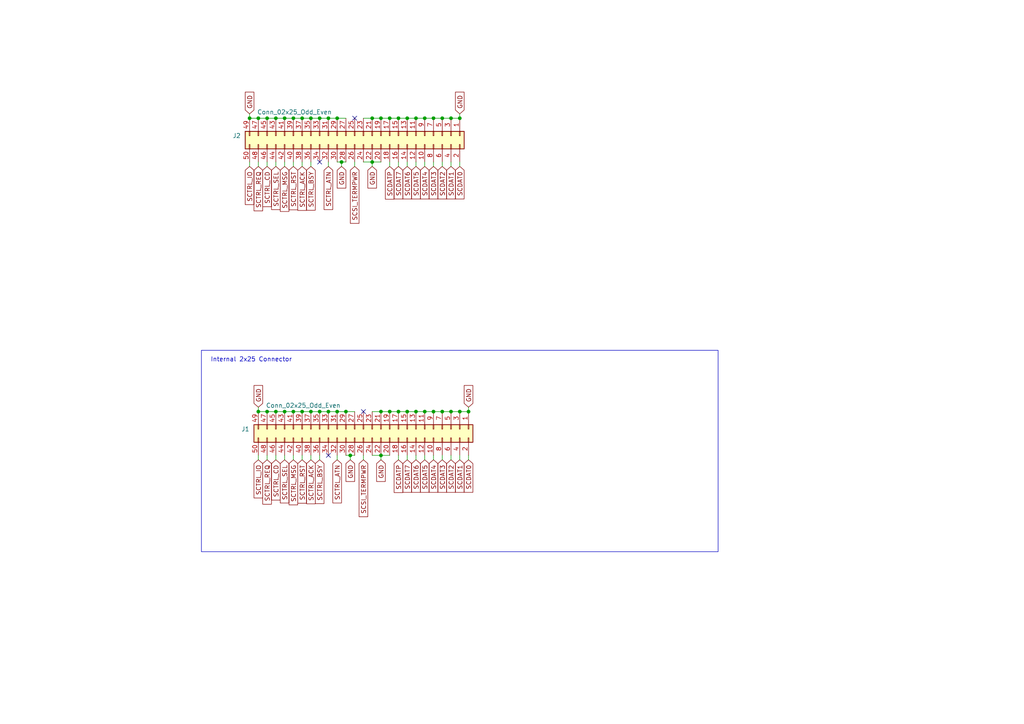
<source format=kicad_sch>
(kicad_sch (version 20250114) (generator "eeschema") (generator_version "9.0")
  (paper "A4")
  (title_block (title "A4092 backpanel PCB") (rev "PROTO0") (company "amiga.technology"))
  (lib_symbols
    (symbol "Connector_Generic:Conn_02x25_Odd_Even" (pin_names (offset 1.016) (hide yes))
      (property "Reference" "J" (at 1.27 33.02 0))
      (property "Value" "Conn_02x25_Odd_Even" (at 1.27 -33.02 0))
      (symbol "Conn_02x25_Odd_Even_1_1"
        (rectangle (start -1.27 31.75) (end 3.81 -31.75) (stroke (width 0.254)) (fill (type background)))
        (rectangle (start -1.27 30.607) (end 0 30.353) (stroke (width 0.1524)))
        (rectangle (start -1.27 28.067) (end 0 27.813) (stroke (width 0.1524)))
        (rectangle (start -1.27 25.527) (end 0 25.273) (stroke (width 0.1524)))
        (rectangle (start -1.27 22.987) (end 0 22.733) (stroke (width 0.1524)))
        (rectangle (start -1.27 20.447) (end 0 20.193) (stroke (width 0.1524)))
        (rectangle (start -1.27 17.907) (end 0 17.653) (stroke (width 0.1524)))
        (rectangle (start -1.27 15.367) (end 0 15.113) (stroke (width 0.1524)))
        (rectangle (start -1.27 12.827) (end 0 12.573) (stroke (width 0.1524)))
        (rectangle (start -1.27 10.287) (end 0 10.033) (stroke (width 0.1524)))
        (rectangle (start -1.27 7.747) (end 0 7.493) (stroke (width 0.1524)))
        (rectangle (start -1.27 5.207) (end 0 4.953) (stroke (width 0.1524)))
        (rectangle (start -1.27 2.667) (end 0 2.413) (stroke (width 0.1524)))
        (rectangle (start -1.27 0.127) (end 0 -0.127) (stroke (width 0.1524)))
        (rectangle (start -1.27 -2.413) (end 0 -2.667) (stroke (width 0.1524)))
        (rectangle (start -1.27 -4.953) (end 0 -5.207) (stroke (width 0.1524)))
        (rectangle (start -1.27 -7.493) (end 0 -7.747) (stroke (width 0.1524)))
        (rectangle (start -1.27 -10.033) (end 0 -10.287) (stroke (width 0.1524)))
        (rectangle (start -1.27 -12.573) (end 0 -12.827) (stroke (width 0.1524)))
        (rectangle (start -1.27 -15.113) (end 0 -15.367) (stroke (width 0.1524)))
        (rectangle (start -1.27 -17.653) (end 0 -17.907) (stroke (width 0.1524)))
        (rectangle (start -1.27 -20.193) (end 0 -20.447) (stroke (width 0.1524)))
        (rectangle (start -1.27 -22.733) (end 0 -22.987) (stroke (width 0.1524)))
        (rectangle (start -1.27 -25.273) (end 0 -25.527) (stroke (width 0.1524)))
        (rectangle (start -1.27 -27.813) (end 0 -28.067) (stroke (width 0.1524)))
        (rectangle (start -1.27 -30.353) (end 0 -30.607) (stroke (width 0.1524)))
        (rectangle (start 3.81 30.607) (end 2.54 30.353) (stroke (width 0.1524)))
        (rectangle (start 3.81 28.067) (end 2.54 27.813) (stroke (width 0.1524)))
        (rectangle (start 3.81 25.527) (end 2.54 25.273) (stroke (width 0.1524)))
        (rectangle (start 3.81 22.987) (end 2.54 22.733) (stroke (width 0.1524)))
        (rectangle (start 3.81 20.447) (end 2.54 20.193) (stroke (width 0.1524)))
        (rectangle (start 3.81 17.907) (end 2.54 17.653) (stroke (width 0.1524)))
        (rectangle (start 3.81 15.367) (end 2.54 15.113) (stroke (width 0.1524)))
        (rectangle (start 3.81 12.827) (end 2.54 12.573) (stroke (width 0.1524)))
        (rectangle (start 3.81 10.287) (end 2.54 10.033) (stroke (width 0.1524)))
        (rectangle (start 3.81 7.747) (end 2.54 7.493) (stroke (width 0.1524)))
        (rectangle (start 3.81 5.207) (end 2.54 4.953) (stroke (width 0.1524)))
        (rectangle (start 3.81 2.667) (end 2.54 2.413) (stroke (width 0.1524)))
        (rectangle (start 3.81 0.127) (end 2.54 -0.127) (stroke (width 0.1524)))
        (rectangle (start 3.81 -2.413) (end 2.54 -2.667) (stroke (width 0.1524)))
        (rectangle (start 3.81 -4.953) (end 2.54 -5.207) (stroke (width 0.1524)))
        (rectangle (start 3.81 -7.493) (end 2.54 -7.747) (stroke (width 0.1524)))
        (rectangle (start 3.81 -10.033) (end 2.54 -10.287) (stroke (width 0.1524)))
        (rectangle (start 3.81 -12.573) (end 2.54 -12.827) (stroke (width 0.1524)))
        (rectangle (start 3.81 -15.113) (end 2.54 -15.367) (stroke (width 0.1524)))
        (rectangle (start 3.81 -17.653) (end 2.54 -17.907) (stroke (width 0.1524)))
        (rectangle (start 3.81 -20.193) (end 2.54 -20.447) (stroke (width 0.1524)))
        (rectangle (start 3.81 -22.733) (end 2.54 -22.987) (stroke (width 0.1524)))
        (rectangle (start 3.81 -25.273) (end 2.54 -25.527) (stroke (width 0.1524)))
        (rectangle (start 3.81 -27.813) (end 2.54 -28.067) (stroke (width 0.1524)))
        (rectangle (start 3.81 -30.353) (end 2.54 -30.607) (stroke (width 0.1524)))
        (pin passive line (at -5.08 30.48 0) (length 3.81) (name "Pin_1") (number "1"))
        (pin passive line (at -5.08 27.94 0) (length 3.81) (name "Pin_3") (number "3"))
        (pin passive line (at -5.08 25.4 0) (length 3.81) (name "Pin_5") (number "5"))
        (pin passive line (at -5.08 22.86 0) (length 3.81) (name "Pin_7") (number "7"))
        (pin passive line (at -5.08 20.32 0) (length 3.81) (name "Pin_9") (number "9"))
        (pin passive line (at -5.08 17.78 0) (length 3.81) (name "Pin_11") (number "11"))
        (pin passive line (at -5.08 15.24 0) (length 3.81) (name "Pin_13") (number "13"))
        (pin passive line (at -5.08 12.7 0) (length 3.81) (name "Pin_15") (number "15"))
        (pin passive line (at -5.08 10.16 0) (length 3.81) (name "Pin_17") (number "17"))
        (pin passive line (at -5.08 7.62 0) (length 3.81) (name "Pin_19") (number "19"))
        (pin passive line (at -5.08 5.08 0) (length 3.81) (name "Pin_21") (number "21"))
        (pin passive line (at -5.08 2.54 0) (length 3.81) (name "Pin_23") (number "23"))
        (pin passive line (at -5.08 0 0) (length 3.81) (name "Pin_25") (number "25"))
        (pin passive line (at -5.08 -2.54 0) (length 3.81) (name "Pin_27") (number "27"))
        (pin passive line (at -5.08 -5.08 0) (length 3.81) (name "Pin_29") (number "29"))
        (pin passive line (at -5.08 -7.62 0) (length 3.81) (name "Pin_31") (number "31"))
        (pin passive line (at -5.08 -10.16 0) (length 3.81) (name "Pin_33") (number "33"))
        (pin passive line (at -5.08 -12.7 0) (length 3.81) (name "Pin_35") (number "35"))
        (pin passive line (at -5.08 -15.24 0) (length 3.81) (name "Pin_37") (number "37"))
        (pin passive line (at -5.08 -17.78 0) (length 3.81) (name "Pin_39") (number "39"))
        (pin passive line (at -5.08 -20.32 0) (length 3.81) (name "Pin_41") (number "41"))
        (pin passive line (at -5.08 -22.86 0) (length 3.81) (name "Pin_43") (number "43"))
        (pin passive line (at -5.08 -25.4 0) (length 3.81) (name "Pin_45") (number "45"))
        (pin passive line (at -5.08 -27.94 0) (length 3.81) (name "Pin_47") (number "47"))
        (pin passive line (at -5.08 -30.48 0) (length 3.81) (name "Pin_49") (number "49"))
        (pin passive line (at 7.62 30.48 180) (length 3.81) (name "Pin_2") (number "2"))
        (pin passive line (at 7.62 27.94 180) (length 3.81) (name "Pin_4") (number "4"))
        (pin passive line (at 7.62 25.4 180) (length 3.81) (name "Pin_6") (number "6"))
        (pin passive line (at 7.62 22.86 180) (length 3.81) (name "Pin_8") (number "8"))
        (pin passive line (at 7.62 20.32 180) (length 3.81) (name "Pin_10") (number "10"))
        (pin passive line (at 7.62 17.78 180) (length 3.81) (name "Pin_12") (number "12"))
        (pin passive line (at 7.62 15.24 180) (length 3.81) (name "Pin_14") (number "14"))
        (pin passive line (at 7.62 12.7 180) (length 3.81) (name "Pin_16") (number "16"))
        (pin passive line (at 7.62 10.16 180) (length 3.81) (name "Pin_18") (number "18"))
        (pin passive line (at 7.62 7.62 180) (length 3.81) (name "Pin_20") (number "20"))
        (pin passive line (at 7.62 5.08 180) (length 3.81) (name "Pin_22") (number "22"))
        (pin passive line (at 7.62 2.54 180) (length 3.81) (name "Pin_24") (number "24"))
        (pin passive line (at 7.62 0 180) (length 3.81) (name "Pin_26") (number "26"))
        (pin passive line (at 7.62 -2.54 180) (length 3.81) (name "Pin_28") (number "28"))
        (pin passive line (at 7.62 -5.08 180) (length 3.81) (name "Pin_30") (number "30"))
        (pin passive line (at 7.62 -7.62 180) (length 3.81) (name "Pin_32") (number "32"))
        (pin passive line (at 7.62 -10.16 180) (length 3.81) (name "Pin_34") (number "34"))
        (pin passive line (at 7.62 -12.7 180) (length 3.81) (name "Pin_36") (number "36"))
        (pin passive line (at 7.62 -15.24 180) (length 3.81) (name "Pin_38") (number "38"))
        (pin passive line (at 7.62 -17.78 180) (length 3.81) (name "Pin_40") (number "40"))
        (pin passive line (at 7.62 -20.32 180) (length 3.81) (name "Pin_42") (number "42"))
        (pin passive line (at 7.62 -22.86 180) (length 3.81) (name "Pin_44") (number "44"))
        (pin passive line (at 7.62 -25.4 180) (length 3.81) (name "Pin_46") (number "46"))
        (pin passive line (at 7.62 -27.94 180) (length 3.81) (name "Pin_48") (number "48"))
        (pin passive line (at 7.62 -30.48 180) (length 3.81) (name "Pin_50") (number "50"))
      )
    )
  )
  (rectangle (start 58.42 101.6) (end 208.28 160.02))
  (text "Internal 2x25 Connector" (at 72.898 104.394 0) (effects (font (size 1.27 1.27))))
  (junction (at 133.35 119.38))
  (junction (at 72.39 34.29))
  (junction (at 92.71 119.38))
  (junction (at 120.65 119.38))
  (junction (at 118.11 119.38))
  (junction (at 85.09 119.38))
  (junction (at 90.17 119.38))
  (junction (at 130.81 119.38))
  (junction (at 100.33 119.38))
  (junction (at 113.03 34.29))
  (junction (at 113.03 119.38))
  (junction (at 123.19 119.38))
  (junction (at 115.57 34.29))
  (junction (at 99.06 46.99))
  (junction (at 110.49 132.08))
  (junction (at 128.27 34.29))
  (junction (at 107.95 34.29))
  (junction (at 82.55 34.29))
  (junction (at 110.49 119.38))
  (junction (at 80.01 119.38))
  (junction (at 125.73 34.29))
  (junction (at 97.79 34.29))
  (junction (at 107.95 46.99))
  (junction (at 85.09 34.29))
  (junction (at 130.81 34.29))
  (junction (at 80.01 34.29))
  (junction (at 87.63 119.38))
  (junction (at 97.79 119.38))
  (junction (at 118.11 34.29))
  (junction (at 123.19 34.29))
  (junction (at 128.27 119.38))
  (junction (at 92.71 34.29))
  (junction (at 90.17 34.29))
  (junction (at 74.93 34.29))
  (junction (at 87.63 34.29))
  (junction (at 115.57 119.38))
  (junction (at 135.89 119.38))
  (junction (at 95.25 34.29))
  (junction (at 101.6 132.08))
  (junction (at 82.55 119.38))
  (junction (at 74.93 119.38))
  (junction (at 95.25 119.38))
  (junction (at 110.49 34.29))
  (junction (at 133.35 34.29))
  (junction (at 120.65 34.29))
  (junction (at 77.47 119.38))
  (junction (at 125.73 119.38))
  (junction (at 77.47 34.29))
  (no_connect (at 105.41 119.38))
  (no_connect (at 92.71 46.99))
  (no_connect (at 102.87 34.29))
  (no_connect (at 95.25 132.08))
  (wire (pts (xy 105.41 133.35) (xy 105.41 132.08)))
  (wire (pts (xy 115.57 46.99) (xy 115.57 48.26)))
  (wire (pts (xy 82.55 119.38) (xy 85.09 119.38)))
  (wire (pts (xy 120.65 119.38) (xy 123.19 119.38)))
  (wire (pts (xy 102.87 48.26) (xy 102.87 46.99)))
  (wire (pts (xy 92.71 34.29) (xy 95.25 34.29)))
  (wire (pts (xy 113.03 46.99) (xy 113.03 48.26)))
  (wire (pts (xy 72.39 33.02) (xy 72.39 34.29)))
  (wire (pts (xy 123.19 133.35) (xy 123.19 132.08)))
  (wire (pts (xy 110.49 34.29) (xy 113.03 34.29)))
  (wire (pts (xy 80.01 46.99) (xy 80.01 48.26)))
  (wire (pts (xy 115.57 132.08) (xy 115.57 133.35)))
  (wire (pts (xy 85.09 34.29) (xy 87.63 34.29)))
  (wire (pts (xy 128.27 46.99) (xy 128.27 48.26)))
  (wire (pts (xy 80.01 132.08) (xy 80.01 133.35)))
  (wire (pts (xy 87.63 46.99) (xy 87.63 48.26)))
  (wire (pts (xy 99.06 46.99) (xy 99.06 48.26)))
  (wire (pts (xy 87.63 132.08) (xy 87.63 133.35)))
  (wire (pts (xy 118.11 34.29) (xy 120.65 34.29)))
  (wire (pts (xy 123.19 119.38) (xy 125.73 119.38)))
  (wire (pts (xy 87.63 34.29) (xy 90.17 34.29)))
  (wire (pts (xy 72.39 34.29) (xy 74.93 34.29)))
  (wire (pts (xy 77.47 46.99) (xy 77.47 48.26)))
  (wire (pts (xy 74.93 118.11) (xy 74.93 119.38)))
  (wire (pts (xy 110.49 132.08) (xy 113.03 132.08)))
  (wire (pts (xy 110.49 132.08) (xy 110.49 133.35)))
  (wire (pts (xy 113.03 34.29) (xy 115.57 34.29)))
  (wire (pts (xy 85.09 132.08) (xy 85.09 133.35)))
  (wire (pts (xy 77.47 132.08) (xy 77.47 133.35)))
  (wire (pts (xy 130.81 119.38) (xy 133.35 119.38)))
  (wire (pts (xy 128.27 119.38) (xy 130.81 119.38)))
  (wire (pts (xy 100.33 132.08) (xy 101.6 132.08)))
  (wire (pts (xy 99.06 46.99) (xy 100.33 46.99)))
  (wire (pts (xy 82.55 132.08) (xy 82.55 133.35)))
  (wire (pts (xy 82.55 34.29) (xy 85.09 34.29)))
  (wire (pts (xy 128.27 34.29) (xy 130.81 34.29)))
  (wire (pts (xy 72.39 46.99) (xy 72.39 48.26)))
  (wire (pts (xy 92.71 132.08) (xy 92.71 133.35)))
  (wire (pts (xy 110.49 119.38) (xy 113.03 119.38)))
  (wire (pts (xy 97.79 119.38) (xy 100.33 119.38)))
  (wire (pts (xy 135.89 132.08) (xy 135.89 133.35)))
  (wire (pts (xy 100.33 119.38) (xy 102.87 119.38)))
  (wire (pts (xy 80.01 34.29) (xy 82.55 34.29)))
  (wire (pts (xy 97.79 132.08) (xy 97.79 133.35)))
  (wire (pts (xy 95.25 119.38) (xy 97.79 119.38)))
  (wire (pts (xy 80.01 119.38) (xy 82.55 119.38)))
  (wire (pts (xy 74.93 132.08) (xy 74.93 133.35)))
  (wire (pts (xy 74.93 34.29) (xy 77.47 34.29)))
  (wire (pts (xy 95.25 34.29) (xy 97.79 34.29)))
  (wire (pts (xy 125.73 119.38) (xy 128.27 119.38)))
  (wire (pts (xy 107.95 119.38) (xy 110.49 119.38)))
  (wire (pts (xy 133.35 46.99) (xy 133.35 48.26)))
  (wire (pts (xy 133.35 119.38) (xy 135.89 119.38)))
  (wire (pts (xy 130.81 34.29) (xy 133.35 34.29)))
  (wire (pts (xy 128.27 132.08) (xy 128.27 133.35)))
  (wire (pts (xy 74.93 46.99) (xy 74.93 48.26)))
  (wire (pts (xy 123.19 46.99) (xy 123.19 48.26)))
  (wire (pts (xy 95.25 46.99) (xy 95.25 48.26)))
  (wire (pts (xy 125.73 46.99) (xy 125.73 48.26)))
  (wire (pts (xy 90.17 46.99) (xy 90.17 48.26)))
  (wire (pts (xy 77.47 34.29) (xy 80.01 34.29)))
  (wire (pts (xy 97.79 34.29) (xy 100.33 34.29)))
  (wire (pts (xy 133.35 132.08) (xy 133.35 133.35)))
  (wire (pts (xy 120.65 34.29) (xy 123.19 34.29)))
  (wire (pts (xy 90.17 119.38) (xy 92.71 119.38)))
  (wire (pts (xy 115.57 34.29) (xy 118.11 34.29)))
  (wire (pts (xy 118.11 132.08) (xy 118.11 133.35)))
  (wire (pts (xy 92.71 119.38) (xy 95.25 119.38)))
  (wire (pts (xy 82.55 46.99) (xy 82.55 48.26)))
  (wire (pts (xy 87.63 119.38) (xy 90.17 119.38)))
  (wire (pts (xy 101.6 132.08) (xy 102.87 132.08)))
  (wire (pts (xy 107.95 46.99) (xy 110.49 46.99)))
  (wire (pts (xy 107.95 34.29) (xy 110.49 34.29)))
  (wire (pts (xy 101.6 132.08) (xy 101.6 133.35)))
  (wire (pts (xy 125.73 34.29) (xy 128.27 34.29)))
  (wire (pts (xy 120.65 48.26) (xy 120.65 46.99)))
  (wire (pts (xy 85.09 119.38) (xy 87.63 119.38)))
  (wire (pts (xy 105.41 34.29) (xy 107.95 34.29)))
  (wire (pts (xy 123.19 34.29) (xy 125.73 34.29)))
  (wire (pts (xy 90.17 34.29) (xy 92.71 34.29)))
  (wire (pts (xy 118.11 46.99) (xy 118.11 48.26)))
  (wire (pts (xy 90.17 132.08) (xy 90.17 133.35)))
  (wire (pts (xy 105.41 46.99) (xy 107.95 46.99)))
  (wire (pts (xy 107.95 46.99) (xy 107.95 48.26)))
  (wire (pts (xy 118.11 119.38) (xy 120.65 119.38)))
  (wire (pts (xy 130.81 132.08) (xy 130.81 133.35)))
  (wire (pts (xy 85.09 46.99) (xy 85.09 48.26)))
  (wire (pts (xy 113.03 119.38) (xy 115.57 119.38)))
  (wire (pts (xy 74.93 119.38) (xy 77.47 119.38)))
  (wire (pts (xy 130.81 46.99) (xy 130.81 48.26)))
  (wire (pts (xy 120.65 132.08) (xy 120.65 133.35)))
  (wire (pts (xy 77.47 119.38) (xy 80.01 119.38)))
  (wire (pts (xy 133.35 33.02) (xy 133.35 34.29)))
  (wire (pts (xy 107.95 132.08) (xy 110.49 132.08)))
  (wire (pts (xy 135.89 118.11) (xy 135.89 119.38)))
  (wire (pts (xy 115.57 119.38) (xy 118.11 119.38)))
  (wire (pts (xy 125.73 132.08) (xy 125.73 133.35)))
  (wire (pts (xy 97.79 46.99) (xy 99.06 46.99)))
  (global_label "SCTRL_CD" (shape input) (at 80.01 133.35 270) (property "Intersheetrefs" "${INTERSHEET_REFS}" (effects (hide yes))))
  (global_label "SCTRL_ACK" (shape input) (at 87.63 48.26 270) (property "Intersheetrefs" "${INTERSHEET_REFS}" (effects (hide yes))))
  (global_label "GND" (shape input) (at 135.89 118.11 90) (property "Intersheetrefs" "${INTERSHEET_REFS}" (effects (hide yes))))
  (global_label "SCTRL_MSG" (shape input) (at 85.09 133.35 270) (property "Intersheetrefs" "${INTERSHEET_REFS}" (effects (hide yes))))
  (global_label "GND" (shape input) (at 99.06 48.26 270) (property "Intersheetrefs" "${INTERSHEET_REFS}" (effects (hide yes))))
  (global_label "SCDAT6" (shape input) (at 120.65 133.35 270) (property "Intersheetrefs" "${INTERSHEET_REFS}" (effects (hide yes))))
  (global_label "SCTRL_SEL" (shape input) (at 80.01 48.26 270) (property "Intersheetrefs" "${INTERSHEET_REFS}" (effects (hide yes))))
  (global_label "SCSI_TERMPWR" (shape input) (at 102.87 48.26 270) (property "Intersheetrefs" "${INTERSHEET_REFS}" (effects (hide yes))))
  (global_label "SCDAT3" (shape input) (at 125.73 48.26 270) (property "Intersheetrefs" "${INTERSHEET_REFS}" (effects (hide yes))))
  (global_label "SCDAT0" (shape input) (at 135.89 133.35 270) (property "Intersheetrefs" "${INTERSHEET_REFS}" (effects (hide yes))))
  (global_label "SCDAT2" (shape input) (at 128.27 48.26 270) (property "Intersheetrefs" "${INTERSHEET_REFS}" (effects (hide yes))))
  (global_label "GND" (shape input) (at 110.49 133.35 270) (property "Intersheetrefs" "${INTERSHEET_REFS}" (effects (hide yes))))
  (global_label "SCTRL_CD" (shape input) (at 77.47 48.26 270) (property "Intersheetrefs" "${INTERSHEET_REFS}" (effects (hide yes))))
  (global_label "SCTRL_RST" (shape input) (at 85.09 48.26 270) (property "Intersheetrefs" "${INTERSHEET_REFS}" (effects (hide yes))))
  (global_label "SCDAT7" (shape input) (at 115.57 48.26 270) (property "Intersheetrefs" "${INTERSHEET_REFS}" (effects (hide yes))))
  (global_label "SCDAT6" (shape input) (at 118.11 48.26 270) (property "Intersheetrefs" "${INTERSHEET_REFS}" (effects (hide yes))))
  (global_label "SCDAT1" (shape input) (at 133.35 133.35 270) (property "Intersheetrefs" "${INTERSHEET_REFS}" (effects (hide yes))))
  (global_label "GND" (shape input) (at 107.95 48.26 270) (property "Intersheetrefs" "${INTERSHEET_REFS}" (effects (hide yes))))
  (global_label "SCTRL_ACK" (shape input) (at 90.17 133.35 270) (property "Intersheetrefs" "${INTERSHEET_REFS}" (effects (hide yes))))
  (global_label "SCDAT1" (shape input) (at 130.81 48.26 270) (property "Intersheetrefs" "${INTERSHEET_REFS}" (effects (hide yes))))
  (global_label "GND" (shape input) (at 101.6 133.35 270) (property "Intersheetrefs" "${INTERSHEET_REFS}" (effects (hide yes))))
  (global_label "SCTRL_BSY" (shape input) (at 90.17 48.26 270) (property "Intersheetrefs" "${INTERSHEET_REFS}" (effects (hide yes))))
  (global_label "SCTRL_IO" (shape input) (at 72.39 48.26 270) (property "Intersheetrefs" "${INTERSHEET_REFS}" (effects (hide yes))))
  (global_label "SCTRL_RST" (shape input) (at 87.63 133.35 270) (property "Intersheetrefs" "${INTERSHEET_REFS}" (effects (hide yes))))
  (global_label "SCSI_TERMPWR" (shape input) (at 105.41 133.35 270) (property "Intersheetrefs" "${INTERSHEET_REFS}" (effects (hide yes))))
  (global_label "SCTRL_REQ" (shape input) (at 74.93 48.26 270) (property "Intersheetrefs" "${INTERSHEET_REFS}" (effects (hide yes))))
  (global_label "SCDAT5" (shape input) (at 123.19 133.35 270) (property "Intersheetrefs" "${INTERSHEET_REFS}" (effects (hide yes))))
  (global_label "SCTRL_MSG" (shape input) (at 82.55 48.26 270) (property "Intersheetrefs" "${INTERSHEET_REFS}" (effects (hide yes))))
  (global_label "SCTRL_ATN" (shape input) (at 97.79 133.35 270) (property "Intersheetrefs" "${INTERSHEET_REFS}" (effects (hide yes))))
  (global_label "SCTRL_REQ" (shape input) (at 77.47 133.35 270) (property "Intersheetrefs" "${INTERSHEET_REFS}" (effects (hide yes))))
  (global_label "SCDAT2" (shape input) (at 130.81 133.35 270) (property "Intersheetrefs" "${INTERSHEET_REFS}" (effects (hide yes))))
  (global_label "SCDATP" (shape input) (at 113.03 48.26 270) (property "Intersheetrefs" "${INTERSHEET_REFS}" (effects (hide yes))))
  (global_label "SCDAT5" (shape input) (at 120.65 48.26 270) (property "Intersheetrefs" "${INTERSHEET_REFS}" (effects (hide yes))))
  (global_label "SCTRL_SEL" (shape input) (at 82.55 133.35 270) (property "Intersheetrefs" "${INTERSHEET_REFS}" (effects (hide yes))))
  (global_label "SCTRL_IO" (shape input) (at 74.93 133.35 270) (property "Intersheetrefs" "${INTERSHEET_REFS}" (effects (hide yes))))
  (global_label "SCDAT4" (shape input) (at 123.19 48.26 270) (property "Intersheetrefs" "${INTERSHEET_REFS}" (effects (hide yes))))
  (global_label "SCDAT3" (shape input) (at 128.27 133.35 270) (property "Intersheetrefs" "${INTERSHEET_REFS}" (effects (hide yes))))
  (global_label "SCDAT7" (shape input) (at 118.11 133.35 270) (property "Intersheetrefs" "${INTERSHEET_REFS}" (effects (hide yes))))
  (global_label "GND" (shape input) (at 72.39 33.02 90) (property "Intersheetrefs" "${INTERSHEET_REFS}" (effects (hide yes))))
  (global_label "SCDAT4" (shape input) (at 125.73 133.35 270) (property "Intersheetrefs" "${INTERSHEET_REFS}" (effects (hide yes))))
  (global_label "SCDAT0" (shape input) (at 133.35 48.26 270) (property "Intersheetrefs" "${INTERSHEET_REFS}" (effects (hide yes))))
  (global_label "SCDATP" (shape input) (at 115.57 133.35 270) (property "Intersheetrefs" "${INTERSHEET_REFS}" (effects (hide yes))))
  (global_label "GND" (shape input) (at 133.35 33.02 90) (property "Intersheetrefs" "${INTERSHEET_REFS}" (effects (hide yes))))
  (global_label "SCTRL_BSY" (shape input) (at 92.71 133.35 270) (property "Intersheetrefs" "${INTERSHEET_REFS}" (effects (hide yes))))
  (global_label "GND" (shape input) (at 74.93 118.11 90) (property "Intersheetrefs" "${INTERSHEET_REFS}" (effects (hide yes))))
  (global_label "SCTRL_ATN" (shape input) (at 95.25 48.26 270) (property "Intersheetrefs" "${INTERSHEET_REFS}" (effects (hide yes))))
  (symbol (lib_id "Connector_Generic:Conn_02x25_Odd_Even") (at 102.87 39.37 270) (unit 1)
    (property "Reference" "J2" (at 69.85 39.3699 90) (effects (justify right)))
    (property "Value" "Conn_02x25_Odd_Even" (at 96.266 32.512 90) (effects (justify right)))
    (property "Footprint" "Connector_IDC:IDC-Header_2x25_P2.54mm_Vertical" (effects (hide yes)))
    (property "Description" "Generic connector, double row, 02x25, odd/even pin numbering scheme (row 1 odd numbers, row 2 even numbers), script generated (kicad-library-utils/schlib/autogen/connector/)" (effects (hide yes)))
    (property "LCSC Part #" "C7430330" (effects (hide yes)))
  )
  (symbol (lib_id "Connector_Generic:Conn_02x25_Odd_Even") (at 105.41 124.46 270) (unit 1)
    (property "Reference" "J1" (at 72.39 124.4599 90) (effects (justify right)))
    (property "Value" "Conn_02x25_Odd_Even" (at 98.806 117.602 90) (effects (justify right)))
    (property "Footprint" "Connector_IDC_local:IDC-Header_2x25_P2.54mm_Horizontal" (effects (hide yes)))
    (property "Description" "Generic connector, double row, 02x25, odd/even pin numbering scheme (row 1 odd numbers, row 2 even numbers), script generated (kicad-library-utils/schlib/autogen/connector/)" (effects (hide yes)))
    (property "LCSC Part #" "C7430330" (effects (hide yes)))
  )
)
</source>
